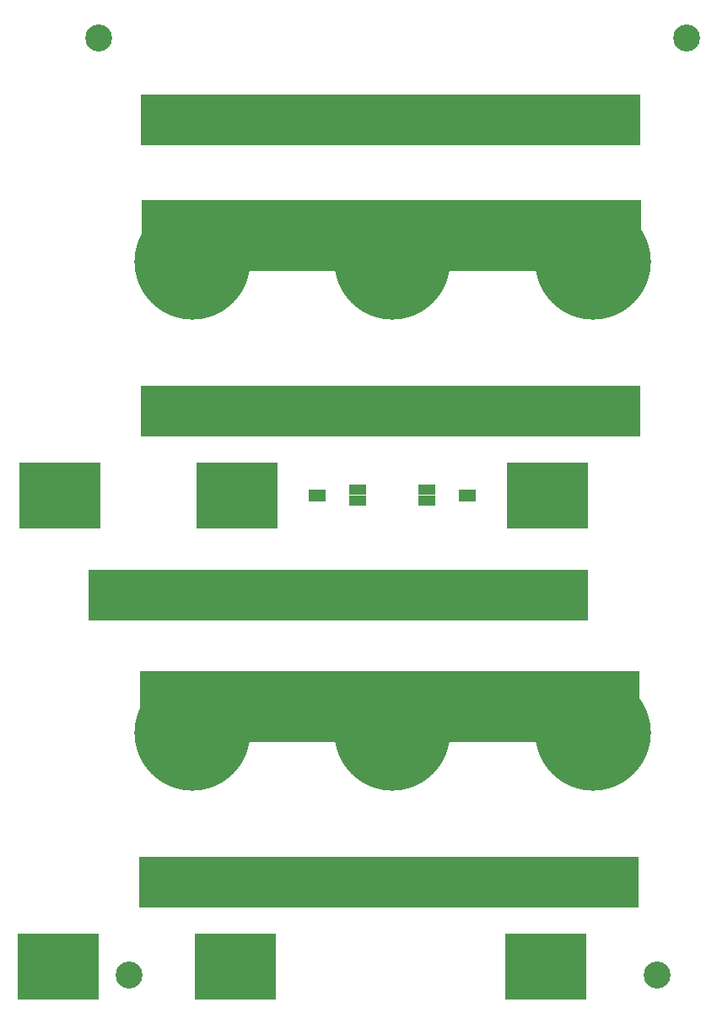
<source format=gts>
G04 Layer_Color=8388736*
%FSLAX25Y25*%
%MOIN*%
G70*
G01*
G75*
%ADD25R,0.32296X0.26391*%
%ADD26R,1.97650X0.28359*%
%ADD27R,1.97650X0.20485*%
%ADD28R,0.07099X0.03950*%
%ADD29R,0.07099X0.04737*%
%ADD30C,0.10642*%
%ADD31C,0.45800*%
D25*
X31772Y199551D02*
D03*
X101949D02*
D03*
X224685D02*
D03*
X31094Y13551D02*
D03*
X101272D02*
D03*
X224008D02*
D03*
D26*
X162770Y302083D02*
D03*
X162092Y116083D02*
D03*
D27*
X162667Y347583D02*
D03*
Y232783D02*
D03*
X142000Y160201D02*
D03*
X161990Y46783D02*
D03*
D28*
X149421Y201716D02*
D03*
Y197386D02*
D03*
X176976D02*
D03*
Y201716D02*
D03*
D29*
X133673Y199551D02*
D03*
X192724D02*
D03*
D30*
X267717Y10043D02*
D03*
X59055Y10043D02*
D03*
X279527Y380122D02*
D03*
X47244D02*
D03*
D31*
X242535Y105663D02*
D03*
X163323D02*
D03*
X84114D02*
D03*
X242533Y291663D02*
D03*
X163323D02*
D03*
X84112D02*
D03*
M02*

</source>
